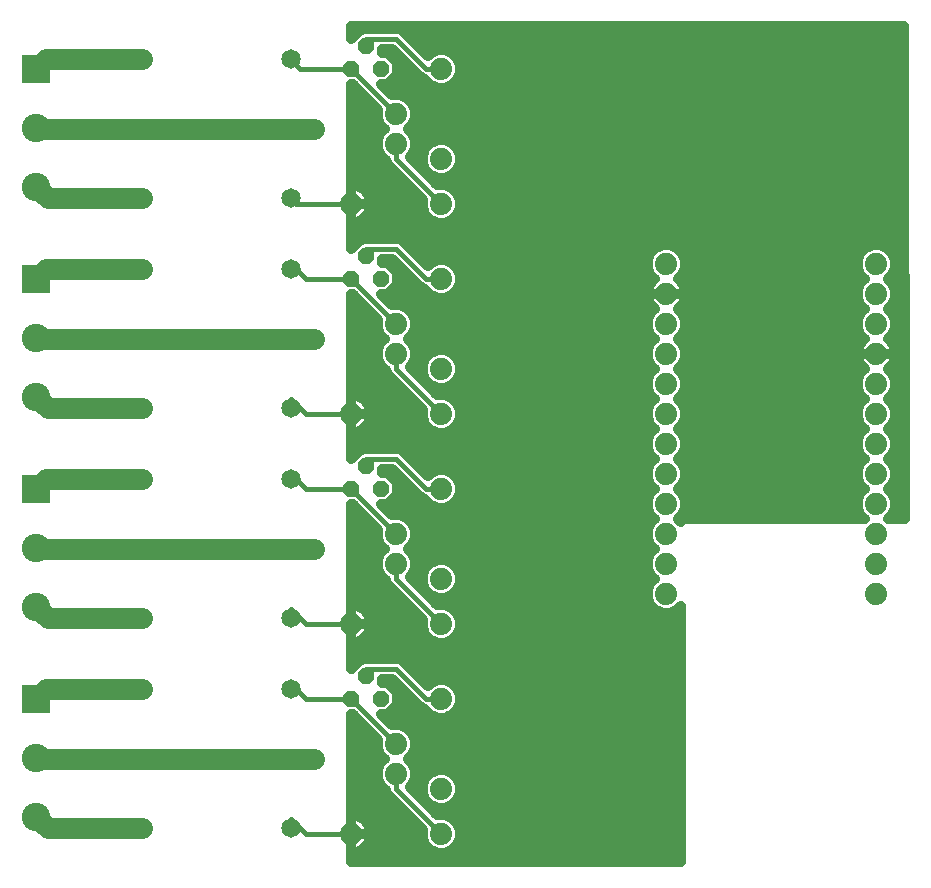
<source format=gbl>
G75*
G70*
%OFA0B0*%
%FSLAX24Y24*%
%IPPOS*%
%LPD*%
%AMOC8*
5,1,8,0,0,1.08239X$1,22.5*
%
%ADD10C,0.0740*%
%ADD11C,0.0650*%
%ADD12R,0.0950X0.0950*%
%ADD13C,0.0950*%
%ADD14OC8,0.0520*%
%ADD15C,0.0160*%
%ADD16C,0.0320*%
%ADD17C,0.0700*%
D10*
X012600Y001760D03*
X014100Y003760D03*
X014100Y004760D03*
X015600Y003260D03*
X015600Y001760D03*
X015600Y006260D03*
X015600Y008760D03*
X015600Y010260D03*
X014100Y010760D03*
X014100Y011760D03*
X015600Y013260D03*
X015600Y015760D03*
X015600Y017260D03*
X014100Y017760D03*
X014100Y018760D03*
X015600Y020260D03*
X015600Y022760D03*
X015600Y024260D03*
X014100Y024760D03*
X014100Y025760D03*
X015600Y027260D03*
X012600Y022760D03*
X012600Y015760D03*
X012600Y008760D03*
X023100Y009760D03*
X023100Y010760D03*
X023100Y011760D03*
X023100Y012760D03*
X023100Y013760D03*
X023100Y014760D03*
X023100Y015760D03*
X023100Y016760D03*
X023100Y017760D03*
X023100Y018760D03*
X023100Y019760D03*
X023100Y020760D03*
X030100Y020760D03*
X030100Y019760D03*
X030100Y018760D03*
X030100Y017760D03*
X030100Y016760D03*
X030100Y015760D03*
X030100Y014760D03*
X030100Y013760D03*
X030100Y012760D03*
X030100Y011760D03*
X030100Y010760D03*
X030100Y009760D03*
D11*
X011338Y011260D03*
X010570Y013573D03*
X010570Y015947D03*
X011338Y018260D03*
X010570Y020573D03*
X010570Y022947D03*
X011338Y025260D03*
X010570Y027573D03*
X005630Y027573D03*
X005630Y022947D03*
X005630Y020573D03*
X005630Y015947D03*
X005630Y013573D03*
X005630Y008947D03*
X005630Y006573D03*
X005630Y001947D03*
X010570Y001947D03*
X011338Y004260D03*
X010570Y006573D03*
X010570Y008947D03*
D12*
X002100Y006260D03*
X002100Y013260D03*
X002100Y020260D03*
X002100Y027260D03*
D13*
X002100Y002323D03*
X002100Y004291D03*
X002100Y009323D03*
X002100Y011291D03*
X002100Y016323D03*
X002100Y018291D03*
X002100Y023323D03*
X002100Y025291D03*
D14*
X012600Y027260D03*
X013100Y028010D03*
X013600Y027260D03*
X013100Y021010D03*
X012600Y020260D03*
X013600Y020260D03*
X013100Y014010D03*
X012600Y013260D03*
X013600Y013260D03*
X013100Y007010D03*
X012600Y006260D03*
X013600Y006260D03*
D15*
X013100Y007010D02*
X013100Y007260D01*
X014100Y007260D01*
X015100Y006260D01*
X015600Y006260D01*
X014100Y004760D02*
X012600Y006260D01*
X011100Y006260D01*
X010600Y006760D01*
X010570Y006573D01*
X011100Y008760D02*
X010600Y009260D01*
X010570Y008947D01*
X011100Y008760D02*
X012600Y008760D01*
X014100Y010260D02*
X015600Y008760D01*
X014100Y010260D02*
X014100Y010760D01*
X014100Y011760D02*
X012600Y013260D01*
X011100Y013260D01*
X010600Y013760D01*
X010570Y013573D01*
X011100Y015760D02*
X010600Y016260D01*
X010570Y015947D01*
X011100Y015760D02*
X012600Y015760D01*
X013100Y014260D02*
X013100Y014010D01*
X013100Y014260D02*
X014100Y014260D01*
X015100Y013260D01*
X015600Y013260D01*
X015600Y015760D02*
X014100Y017260D01*
X014100Y017760D01*
X014100Y018760D02*
X012600Y020260D01*
X011100Y020260D01*
X010600Y020760D01*
X010570Y020573D01*
X010757Y022760D02*
X012600Y022760D01*
X013100Y021260D02*
X013100Y021010D01*
X013100Y021260D02*
X014100Y021260D01*
X015100Y020260D01*
X015600Y020260D01*
X015600Y022760D02*
X014100Y024260D01*
X014100Y024760D01*
X014100Y025760D02*
X012600Y027260D01*
X010883Y027260D01*
X010570Y027573D01*
X013100Y028010D02*
X013100Y028260D01*
X014100Y028260D01*
X015100Y027260D01*
X015600Y027260D01*
X010757Y022760D02*
X010570Y022947D01*
X014100Y003760D02*
X014100Y003260D01*
X015600Y001760D01*
X012600Y001760D02*
X011100Y001760D01*
X010600Y002260D01*
X010570Y001947D01*
D16*
X012600Y001853D02*
X012600Y001853D01*
X012600Y001760D02*
X012600Y005740D01*
X012639Y005740D01*
X013477Y004902D01*
X013470Y004885D01*
X013470Y004635D01*
X013566Y004403D01*
X013709Y004260D01*
X013566Y004117D01*
X013470Y003885D01*
X013470Y003635D01*
X013566Y003403D01*
X013743Y003226D01*
X013760Y003219D01*
X013760Y003192D01*
X013812Y003067D01*
X014977Y001902D01*
X014970Y001885D01*
X014970Y001635D01*
X015066Y001403D01*
X015243Y001226D01*
X015475Y001130D01*
X015725Y001130D01*
X015957Y001226D01*
X016134Y001403D01*
X016230Y001635D01*
X016230Y001885D01*
X016134Y002117D01*
X015957Y002294D01*
X015725Y002390D01*
X015475Y002390D01*
X015458Y002383D01*
X014536Y003305D01*
X014634Y003403D01*
X014730Y003635D01*
X014730Y003885D01*
X014634Y004117D01*
X014491Y004260D01*
X014634Y004403D01*
X014730Y004635D01*
X014730Y004885D01*
X014634Y005117D01*
X014457Y005294D01*
X014225Y005390D01*
X013975Y005390D01*
X013958Y005383D01*
X013601Y005740D01*
X013815Y005740D01*
X014120Y006045D01*
X014120Y006475D01*
X013815Y006780D01*
X013605Y006780D01*
X013620Y006795D01*
X013620Y006920D01*
X013959Y006920D01*
X014907Y005972D01*
X015032Y005920D01*
X015059Y005920D01*
X015066Y005903D01*
X015243Y005726D01*
X015475Y005630D01*
X015725Y005630D01*
X015957Y005726D01*
X016134Y005903D01*
X016230Y006135D01*
X016230Y006385D01*
X016134Y006617D01*
X015957Y006794D01*
X015725Y006890D01*
X015475Y006890D01*
X015243Y006794D01*
X015145Y006696D01*
X014388Y007453D01*
X014293Y007548D01*
X014168Y007600D01*
X013032Y007600D01*
X012907Y007548D01*
X012889Y007530D01*
X012885Y007530D01*
X012600Y007245D01*
X012600Y008760D01*
X012600Y012740D01*
X012639Y012740D01*
X013477Y011902D01*
X013470Y011885D01*
X013470Y011635D01*
X013566Y011403D01*
X013709Y011260D01*
X013566Y011117D01*
X013470Y010885D01*
X013470Y010635D01*
X013566Y010403D01*
X013743Y010226D01*
X013760Y010219D01*
X013760Y010192D01*
X013812Y010067D01*
X014977Y008902D01*
X014970Y008885D01*
X014970Y008635D01*
X015066Y008403D01*
X015243Y008226D01*
X015475Y008130D01*
X015725Y008130D01*
X015957Y008226D01*
X016134Y008403D01*
X016230Y008635D01*
X016230Y008885D01*
X016134Y009117D01*
X015957Y009294D01*
X015725Y009390D01*
X015475Y009390D01*
X015458Y009383D01*
X014536Y010305D01*
X014634Y010403D01*
X014730Y010635D01*
X014730Y010885D01*
X014634Y011117D01*
X014491Y011260D01*
X014634Y011403D01*
X014730Y011635D01*
X014730Y011885D01*
X014634Y012117D01*
X014457Y012294D01*
X014225Y012390D01*
X013975Y012390D01*
X013958Y012383D01*
X013601Y012740D01*
X013815Y012740D01*
X014120Y013045D01*
X014120Y013475D01*
X013815Y013780D01*
X013605Y013780D01*
X013620Y013795D01*
X013620Y013920D01*
X013959Y013920D01*
X014907Y012972D01*
X015032Y012920D01*
X015059Y012920D01*
X015066Y012903D01*
X015243Y012726D01*
X015475Y012630D01*
X015725Y012630D01*
X015957Y012726D01*
X016134Y012903D01*
X016230Y013135D01*
X016230Y013385D01*
X016134Y013617D01*
X015957Y013794D01*
X015725Y013890D01*
X015475Y013890D01*
X015243Y013794D01*
X015145Y013696D01*
X014388Y014453D01*
X014293Y014548D01*
X014168Y014600D01*
X013032Y014600D01*
X012907Y014548D01*
X012889Y014530D01*
X012885Y014530D01*
X012600Y014245D01*
X012600Y015760D01*
X012600Y019740D01*
X012639Y019740D01*
X013477Y018902D01*
X013470Y018885D01*
X013470Y018635D01*
X013566Y018403D01*
X013709Y018260D01*
X013566Y018117D01*
X013470Y017885D01*
X013470Y017635D01*
X013566Y017403D01*
X013743Y017226D01*
X013760Y017219D01*
X013760Y017192D01*
X013812Y017067D01*
X014977Y015902D01*
X014970Y015885D01*
X014970Y015635D01*
X015066Y015403D01*
X015243Y015226D01*
X015475Y015130D01*
X015725Y015130D01*
X015957Y015226D01*
X016134Y015403D01*
X016230Y015635D01*
X016230Y015885D01*
X016134Y016117D01*
X015957Y016294D01*
X015725Y016390D01*
X015475Y016390D01*
X015458Y016383D01*
X014536Y017305D01*
X014634Y017403D01*
X014730Y017635D01*
X014730Y017885D01*
X014634Y018117D01*
X014491Y018260D01*
X014634Y018403D01*
X014730Y018635D01*
X014730Y018885D01*
X014634Y019117D01*
X014457Y019294D01*
X014225Y019390D01*
X013975Y019390D01*
X013958Y019383D01*
X013601Y019740D01*
X013815Y019740D01*
X014120Y020045D01*
X014120Y020475D01*
X013815Y020780D01*
X013605Y020780D01*
X013620Y020795D01*
X013620Y020920D01*
X013959Y020920D01*
X014907Y019972D01*
X015032Y019920D01*
X015059Y019920D01*
X015066Y019903D01*
X015243Y019726D01*
X015475Y019630D01*
X015725Y019630D01*
X015957Y019726D01*
X016134Y019903D01*
X016230Y020135D01*
X016230Y020385D01*
X016134Y020617D01*
X015957Y020794D01*
X015725Y020890D01*
X015475Y020890D01*
X015243Y020794D01*
X015145Y020696D01*
X014388Y021453D01*
X014293Y021548D01*
X014168Y021600D01*
X013032Y021600D01*
X012907Y021548D01*
X012889Y021530D01*
X012885Y021530D01*
X012600Y021245D01*
X012600Y022760D01*
X012600Y026740D01*
X012639Y026740D01*
X013477Y025902D01*
X013470Y025885D01*
X013470Y025635D01*
X013566Y025403D01*
X013709Y025260D01*
X013566Y025117D01*
X013470Y024885D01*
X013470Y024635D01*
X013566Y024403D01*
X013743Y024226D01*
X013760Y024219D01*
X013760Y024192D01*
X013812Y024067D01*
X014977Y022902D01*
X014970Y022885D01*
X014970Y022635D01*
X015066Y022403D01*
X015243Y022226D01*
X015475Y022130D01*
X015725Y022130D01*
X015957Y022226D01*
X016134Y022403D01*
X016230Y022635D01*
X016230Y022885D01*
X016134Y023117D01*
X015957Y023294D01*
X015725Y023390D01*
X015475Y023390D01*
X015458Y023383D01*
X014536Y024305D01*
X014634Y024403D01*
X014730Y024635D01*
X014730Y024885D01*
X014634Y025117D01*
X014491Y025260D01*
X014634Y025403D01*
X014730Y025635D01*
X014730Y025885D01*
X014634Y026117D01*
X014457Y026294D01*
X014225Y026390D01*
X013975Y026390D01*
X013958Y026383D01*
X013601Y026740D01*
X013815Y026740D01*
X014120Y027045D01*
X014120Y027475D01*
X013815Y027780D01*
X013605Y027780D01*
X013620Y027795D01*
X013620Y027920D01*
X013959Y027920D01*
X014907Y026972D01*
X015032Y026920D01*
X015059Y026920D01*
X015066Y026903D01*
X015243Y026726D01*
X015475Y026630D01*
X015725Y026630D01*
X015957Y026726D01*
X016134Y026903D01*
X016230Y027135D01*
X016230Y027385D01*
X016134Y027617D01*
X015957Y027794D01*
X015725Y027890D01*
X015475Y027890D01*
X015243Y027794D01*
X015145Y027696D01*
X014388Y028453D01*
X014293Y028548D01*
X014168Y028600D01*
X013032Y028600D01*
X012907Y028548D01*
X012889Y028530D01*
X012885Y028530D01*
X012600Y028245D01*
X012600Y028700D01*
X031032Y028700D01*
X031037Y012260D01*
X030491Y012260D01*
X030634Y012403D01*
X030730Y012635D01*
X030730Y012885D01*
X030634Y013117D01*
X030491Y013260D01*
X030634Y013403D01*
X030730Y013635D01*
X030730Y013885D01*
X030634Y014117D01*
X030491Y014260D01*
X030634Y014403D01*
X030730Y014635D01*
X030730Y014885D01*
X030634Y015117D01*
X030491Y015260D01*
X030634Y015403D01*
X030730Y015635D01*
X030730Y015885D01*
X030634Y016117D01*
X030491Y016260D01*
X030634Y016403D01*
X030730Y016635D01*
X030730Y016885D01*
X030634Y017117D01*
X030488Y017263D01*
X030510Y017279D01*
X030581Y017350D01*
X030639Y017430D01*
X030684Y017518D01*
X030714Y017612D01*
X030730Y017710D01*
X030730Y017760D01*
X030730Y017810D01*
X030714Y017908D01*
X030684Y018002D01*
X030639Y018090D01*
X030581Y018170D01*
X030510Y018241D01*
X030488Y018257D01*
X030634Y018403D01*
X030730Y018635D01*
X030730Y018885D01*
X030634Y019117D01*
X030491Y019260D01*
X030634Y019403D01*
X030730Y019635D01*
X030730Y019885D01*
X030634Y020117D01*
X030491Y020260D01*
X030634Y020403D01*
X030730Y020635D01*
X030730Y020885D01*
X030634Y021117D01*
X030457Y021294D01*
X030225Y021390D01*
X029975Y021390D01*
X029743Y021294D01*
X029566Y021117D01*
X029470Y020885D01*
X029470Y020635D01*
X029566Y020403D01*
X029709Y020260D01*
X029566Y020117D01*
X029470Y019885D01*
X029470Y019635D01*
X029566Y019403D01*
X029709Y019260D01*
X029566Y019117D01*
X029470Y018885D01*
X029470Y018635D01*
X029566Y018403D01*
X029712Y018257D01*
X029690Y018241D01*
X029619Y018170D01*
X029561Y018090D01*
X029516Y018002D01*
X029486Y017908D01*
X029470Y017810D01*
X029470Y017760D01*
X030100Y017760D01*
X030730Y017760D01*
X030100Y017760D01*
X030100Y017760D01*
X030100Y017760D01*
X029470Y017760D01*
X029470Y017710D01*
X029486Y017612D01*
X029516Y017518D01*
X029561Y017430D01*
X029619Y017350D01*
X029690Y017279D01*
X029712Y017263D01*
X029566Y017117D01*
X029470Y016885D01*
X029470Y016635D01*
X029566Y016403D01*
X029709Y016260D01*
X029566Y016117D01*
X029470Y015885D01*
X029470Y015635D01*
X029566Y015403D01*
X029709Y015260D01*
X029566Y015117D01*
X029470Y014885D01*
X029470Y014635D01*
X029566Y014403D01*
X029709Y014260D01*
X029566Y014117D01*
X029470Y013885D01*
X029470Y013635D01*
X029566Y013403D01*
X029709Y013260D01*
X029566Y013117D01*
X029470Y012885D01*
X029470Y012635D01*
X029566Y012403D01*
X029709Y012260D01*
X023600Y012260D01*
X023600Y012151D01*
X023491Y012260D01*
X023634Y012403D01*
X023730Y012635D01*
X023730Y012885D01*
X023634Y013117D01*
X023491Y013260D01*
X023634Y013403D01*
X023730Y013635D01*
X023730Y013885D01*
X023634Y014117D01*
X023491Y014260D01*
X023634Y014403D01*
X023730Y014635D01*
X023730Y014885D01*
X023634Y015117D01*
X023491Y015260D01*
X023634Y015403D01*
X023730Y015635D01*
X023730Y015885D01*
X023634Y016117D01*
X023491Y016260D01*
X023634Y016403D01*
X023730Y016635D01*
X023730Y016885D01*
X023634Y017117D01*
X023491Y017260D01*
X023634Y017403D01*
X023730Y017635D01*
X023730Y017885D01*
X023634Y018117D01*
X023491Y018260D01*
X023634Y018403D01*
X023730Y018635D01*
X023730Y018885D01*
X023634Y019117D01*
X023488Y019263D01*
X023510Y019279D01*
X023581Y019350D01*
X023639Y019430D01*
X023684Y019518D01*
X023714Y019612D01*
X023730Y019710D01*
X023730Y019760D01*
X023730Y019810D01*
X023714Y019908D01*
X023684Y020002D01*
X023639Y020090D01*
X023581Y020170D01*
X023510Y020241D01*
X023488Y020257D01*
X023634Y020403D01*
X023730Y020635D01*
X023730Y020885D01*
X023634Y021117D01*
X023457Y021294D01*
X023225Y021390D01*
X022975Y021390D01*
X022743Y021294D01*
X022566Y021117D01*
X022470Y020885D01*
X022470Y020635D01*
X022566Y020403D01*
X022712Y020257D01*
X022690Y020241D01*
X022619Y020170D01*
X022561Y020090D01*
X022516Y020002D01*
X022486Y019908D01*
X022470Y019810D01*
X022470Y019760D01*
X023100Y019760D01*
X023730Y019760D01*
X023100Y019760D01*
X023100Y019760D01*
X023100Y019760D01*
X022470Y019760D01*
X022470Y019710D01*
X022486Y019612D01*
X022516Y019518D01*
X022561Y019430D01*
X022619Y019350D01*
X022690Y019279D01*
X022712Y019263D01*
X022566Y019117D01*
X022470Y018885D01*
X022470Y018635D01*
X022566Y018403D01*
X022709Y018260D01*
X022566Y018117D01*
X022470Y017885D01*
X022470Y017635D01*
X022566Y017403D01*
X022709Y017260D01*
X022566Y017117D01*
X022470Y016885D01*
X022470Y016635D01*
X022566Y016403D01*
X022709Y016260D01*
X022566Y016117D01*
X022470Y015885D01*
X022470Y015635D01*
X022566Y015403D01*
X022709Y015260D01*
X022566Y015117D01*
X022470Y014885D01*
X022470Y014635D01*
X022566Y014403D01*
X022709Y014260D01*
X022566Y014117D01*
X022470Y013885D01*
X022470Y013635D01*
X022566Y013403D01*
X022709Y013260D01*
X022566Y013117D01*
X022470Y012885D01*
X022470Y012635D01*
X022566Y012403D01*
X022709Y012260D01*
X022566Y012117D01*
X022470Y011885D01*
X022470Y011635D01*
X022566Y011403D01*
X022709Y011260D01*
X022566Y011117D01*
X022470Y010885D01*
X022470Y010635D01*
X022566Y010403D01*
X022709Y010260D01*
X022566Y010117D01*
X022470Y009885D01*
X022470Y009635D01*
X022566Y009403D01*
X022743Y009226D01*
X022975Y009130D01*
X023225Y009130D01*
X023457Y009226D01*
X023600Y009369D01*
X023600Y000820D01*
X012600Y000820D01*
X012600Y001760D01*
X012600Y001760D01*
X012600Y002390D01*
X012650Y002390D01*
X012748Y002374D01*
X012842Y002344D01*
X012930Y002299D01*
X013010Y002241D01*
X013081Y002170D01*
X013139Y002090D01*
X013184Y002002D01*
X013214Y001908D01*
X013230Y001810D01*
X013230Y001760D01*
X012600Y001760D01*
X012600Y001760D01*
X013230Y001760D01*
X013230Y001710D01*
X013214Y001612D01*
X013184Y001518D01*
X013139Y001430D01*
X013081Y001350D01*
X013010Y001279D01*
X012930Y001221D01*
X012842Y001176D01*
X012748Y001146D01*
X012650Y001130D01*
X012600Y001130D01*
X012600Y001760D01*
X012600Y001760D01*
X012600Y001534D02*
X012600Y001534D01*
X012600Y001216D02*
X012600Y001216D01*
X012600Y000897D02*
X023600Y000897D01*
X023600Y001216D02*
X015932Y001216D01*
X016188Y001534D02*
X023600Y001534D01*
X023600Y001853D02*
X016230Y001853D01*
X016080Y002171D02*
X023600Y002171D01*
X023600Y002490D02*
X015351Y002490D01*
X015475Y002630D02*
X015725Y002630D01*
X015957Y002726D01*
X016134Y002903D01*
X016230Y003135D01*
X016230Y003385D01*
X016134Y003617D01*
X015957Y003794D01*
X015725Y003890D01*
X015475Y003890D01*
X015243Y003794D01*
X015066Y003617D01*
X014970Y003385D01*
X014970Y003135D01*
X015066Y002903D01*
X015243Y002726D01*
X015475Y002630D01*
X015161Y002808D02*
X015033Y002808D01*
X014973Y003127D02*
X014714Y003127D01*
X014651Y003445D02*
X014995Y003445D01*
X015213Y003764D02*
X014730Y003764D01*
X014649Y004082D02*
X023600Y004082D01*
X023600Y003764D02*
X015987Y003764D01*
X016205Y003445D02*
X023600Y003445D01*
X023600Y003127D02*
X016227Y003127D01*
X016039Y002808D02*
X023600Y002808D01*
X023600Y004401D02*
X014631Y004401D01*
X014730Y004719D02*
X023600Y004719D01*
X023600Y005038D02*
X014667Y005038D01*
X014307Y005356D02*
X023600Y005356D01*
X023600Y005675D02*
X015833Y005675D01*
X016171Y005993D02*
X023600Y005993D01*
X023600Y006312D02*
X016230Y006312D01*
X016121Y006630D02*
X023600Y006630D01*
X023600Y006949D02*
X014892Y006949D01*
X014574Y007267D02*
X023600Y007267D01*
X023600Y007586D02*
X014203Y007586D01*
X014249Y006630D02*
X013965Y006630D01*
X014120Y006312D02*
X014568Y006312D01*
X014886Y005993D02*
X014068Y005993D01*
X013666Y005675D02*
X015367Y005675D01*
X013470Y004719D02*
X012600Y004719D01*
X012600Y004401D02*
X013569Y004401D01*
X013551Y004082D02*
X012600Y004082D01*
X012600Y003764D02*
X013470Y003764D01*
X013549Y003445D02*
X012600Y003445D01*
X012600Y003127D02*
X013787Y003127D01*
X014071Y002808D02*
X012600Y002808D01*
X012600Y002490D02*
X014390Y002490D01*
X014708Y002171D02*
X013080Y002171D01*
X013223Y001853D02*
X014970Y001853D01*
X015012Y001534D02*
X013189Y001534D01*
X012919Y001216D02*
X015268Y001216D01*
X012600Y002171D02*
X012600Y002171D01*
X012600Y005038D02*
X013342Y005038D01*
X013023Y005356D02*
X012600Y005356D01*
X012600Y005675D02*
X012705Y005675D01*
X012622Y007267D02*
X012600Y007267D01*
X012600Y007586D02*
X012997Y007586D01*
X012600Y007904D02*
X023600Y007904D01*
X023600Y008223D02*
X015949Y008223D01*
X016191Y008541D02*
X023600Y008541D01*
X023600Y008860D02*
X016230Y008860D01*
X016073Y009178D02*
X022859Y009178D01*
X022527Y009497D02*
X015344Y009497D01*
X015475Y009630D02*
X015725Y009630D01*
X015957Y009726D01*
X016134Y009903D01*
X016230Y010135D01*
X016230Y010385D01*
X016134Y010617D01*
X015957Y010794D01*
X015725Y010890D01*
X015475Y010890D01*
X015243Y010794D01*
X015066Y010617D01*
X014970Y010385D01*
X014970Y010135D01*
X015066Y009903D01*
X015243Y009726D01*
X015475Y009630D01*
X015154Y009815D02*
X015026Y009815D01*
X014970Y010134D02*
X014707Y010134D01*
X014654Y010452D02*
X014998Y010452D01*
X015220Y010771D02*
X014730Y010771D01*
X014646Y011089D02*
X022554Y011089D01*
X022564Y011408D02*
X014636Y011408D01*
X014730Y011726D02*
X022470Y011726D01*
X022536Y012045D02*
X014664Y012045D01*
X014290Y012363D02*
X022606Y012363D01*
X022470Y012682D02*
X015850Y012682D01*
X015350Y012682D02*
X013659Y012682D01*
X014075Y013000D02*
X014879Y013000D01*
X014561Y013319D02*
X014120Y013319D01*
X014242Y013637D02*
X013958Y013637D01*
X014567Y014274D02*
X022695Y014274D01*
X022499Y013956D02*
X014885Y013956D01*
X014186Y014593D02*
X022487Y014593D01*
X022481Y014911D02*
X012600Y014911D01*
X012600Y015130D02*
X012650Y015130D01*
X012748Y015146D01*
X012842Y015176D01*
X012930Y015221D01*
X013010Y015279D01*
X013081Y015350D01*
X013139Y015430D01*
X013184Y015518D01*
X013214Y015612D01*
X013230Y015710D01*
X013230Y015760D01*
X013230Y015810D01*
X013214Y015908D01*
X013184Y016002D01*
X013139Y016090D01*
X013081Y016170D01*
X013010Y016241D01*
X012930Y016299D01*
X012842Y016344D01*
X012748Y016374D01*
X012650Y016390D01*
X012600Y016390D01*
X012600Y015760D01*
X012600Y015760D01*
X013230Y015760D01*
X012600Y015760D01*
X012600Y015760D01*
X012600Y015130D01*
X012600Y015230D02*
X012600Y015230D01*
X012600Y015548D02*
X012600Y015548D01*
X012600Y015760D02*
X012600Y015760D01*
X012600Y015867D02*
X012600Y015867D01*
X012600Y016185D02*
X012600Y016185D01*
X012600Y016504D02*
X014376Y016504D01*
X014057Y016822D02*
X012600Y016822D01*
X012600Y017141D02*
X013781Y017141D01*
X013543Y017459D02*
X012600Y017459D01*
X012600Y017778D02*
X013470Y017778D01*
X013557Y018096D02*
X012600Y018096D01*
X012600Y018415D02*
X013561Y018415D01*
X013470Y018733D02*
X012600Y018733D01*
X012600Y019052D02*
X013328Y019052D01*
X013009Y019370D02*
X012600Y019370D01*
X012600Y019689D02*
X012691Y019689D01*
X013652Y019689D02*
X015333Y019689D01*
X015867Y019689D02*
X022473Y019689D01*
X022519Y020007D02*
X016177Y020007D01*
X016230Y020326D02*
X022644Y020326D01*
X022470Y020644D02*
X016107Y020644D01*
X014878Y020963D02*
X022502Y020963D01*
X022730Y021281D02*
X014560Y021281D01*
X014169Y021600D02*
X031034Y021600D01*
X031034Y021918D02*
X012600Y021918D01*
X012600Y022130D02*
X012650Y022130D01*
X012748Y022146D01*
X012842Y022176D01*
X012930Y022221D01*
X013010Y022279D01*
X013081Y022350D01*
X013139Y022430D01*
X013184Y022518D01*
X013214Y022612D01*
X013230Y022710D01*
X013230Y022760D01*
X013230Y022810D01*
X013214Y022908D01*
X013184Y023002D01*
X013139Y023090D01*
X013081Y023170D01*
X013010Y023241D01*
X012930Y023299D01*
X012842Y023344D01*
X012748Y023374D01*
X012650Y023390D01*
X012600Y023390D01*
X012600Y022760D01*
X012600Y022760D01*
X013230Y022760D01*
X012600Y022760D01*
X012600Y022760D01*
X012600Y022130D01*
X012600Y022237D02*
X012600Y022237D01*
X012600Y022555D02*
X012600Y022555D01*
X012600Y022760D02*
X012600Y022760D01*
X012600Y022874D02*
X012600Y022874D01*
X012600Y023192D02*
X012600Y023192D01*
X012600Y023511D02*
X014369Y023511D01*
X014050Y023829D02*
X012600Y023829D01*
X012600Y024148D02*
X013779Y024148D01*
X013540Y024466D02*
X012600Y024466D01*
X012600Y024785D02*
X013470Y024785D01*
X013560Y025103D02*
X012600Y025103D01*
X012600Y025422D02*
X013558Y025422D01*
X013470Y025740D02*
X012600Y025740D01*
X012600Y026059D02*
X013321Y026059D01*
X013002Y026377D02*
X012600Y026377D01*
X012600Y026696D02*
X012684Y026696D01*
X013645Y026696D02*
X015317Y026696D01*
X015883Y026696D02*
X031033Y026696D01*
X031033Y027014D02*
X016180Y027014D01*
X016230Y027333D02*
X031033Y027333D01*
X031033Y027651D02*
X016100Y027651D01*
X014871Y027970D02*
X031032Y027970D01*
X031032Y028288D02*
X014553Y028288D01*
X014388Y028453D02*
X014388Y028453D01*
X014228Y027651D02*
X013944Y027651D01*
X014120Y027333D02*
X014547Y027333D01*
X014865Y027014D02*
X014089Y027014D01*
X014257Y026377D02*
X031033Y026377D01*
X031033Y026059D02*
X014658Y026059D01*
X014730Y025740D02*
X031033Y025740D01*
X031033Y025422D02*
X014642Y025422D01*
X014640Y025103D02*
X031033Y025103D01*
X031033Y024785D02*
X015966Y024785D01*
X015957Y024794D02*
X015725Y024890D01*
X015475Y024890D01*
X015243Y024794D01*
X015066Y024617D01*
X014970Y024385D01*
X014970Y024135D01*
X015066Y023903D01*
X015243Y023726D01*
X015475Y023630D01*
X015725Y023630D01*
X015957Y023726D01*
X016134Y023903D01*
X016230Y024135D01*
X016230Y024385D01*
X016134Y024617D01*
X015957Y024794D01*
X016197Y024466D02*
X031033Y024466D01*
X031034Y024148D02*
X016230Y024148D01*
X016060Y023829D02*
X031034Y023829D01*
X031034Y023511D02*
X015330Y023511D01*
X015140Y023829D02*
X015012Y023829D01*
X014970Y024148D02*
X014693Y024148D01*
X014660Y024466D02*
X015003Y024466D01*
X015234Y024785D02*
X014730Y024785D01*
X014687Y023192D02*
X013059Y023192D01*
X013220Y022874D02*
X014970Y022874D01*
X015003Y022555D02*
X013196Y022555D01*
X012951Y022237D02*
X015233Y022237D01*
X015967Y022237D02*
X031034Y022237D01*
X031034Y022555D02*
X016197Y022555D01*
X016230Y022874D02*
X031034Y022874D01*
X031034Y023192D02*
X016059Y023192D01*
X014235Y020644D02*
X013951Y020644D01*
X014120Y020326D02*
X014554Y020326D01*
X014872Y020007D02*
X014082Y020007D01*
X014274Y019370D02*
X022605Y019370D01*
X022539Y019052D02*
X014661Y019052D01*
X014730Y018733D02*
X022470Y018733D01*
X022561Y018415D02*
X014639Y018415D01*
X014643Y018096D02*
X022557Y018096D01*
X022470Y017778D02*
X015973Y017778D01*
X015957Y017794D02*
X015725Y017890D01*
X015475Y017890D01*
X015243Y017794D01*
X015066Y017617D01*
X014970Y017385D01*
X014970Y017135D01*
X015066Y016903D01*
X015243Y016726D01*
X015475Y016630D01*
X015725Y016630D01*
X015957Y016726D01*
X016134Y016903D01*
X016230Y017135D01*
X016230Y017385D01*
X016134Y017617D01*
X015957Y017794D01*
X016199Y017459D02*
X022543Y017459D01*
X022590Y017141D02*
X016230Y017141D01*
X016053Y016822D02*
X022470Y016822D01*
X022524Y016504D02*
X015337Y016504D01*
X015147Y016822D02*
X015019Y016822D01*
X014970Y017141D02*
X014700Y017141D01*
X014657Y017459D02*
X015001Y017459D01*
X015227Y017778D02*
X014730Y017778D01*
X014694Y016185D02*
X013066Y016185D01*
X013221Y015867D02*
X014970Y015867D01*
X015006Y015548D02*
X013194Y015548D01*
X012942Y015230D02*
X015240Y015230D01*
X015960Y015230D02*
X022679Y015230D01*
X022506Y015548D02*
X016194Y015548D01*
X016230Y015867D02*
X022470Y015867D01*
X022634Y016185D02*
X016066Y016185D01*
X016114Y013637D02*
X022470Y013637D01*
X022651Y013319D02*
X016230Y013319D01*
X016174Y013000D02*
X022518Y013000D01*
X023549Y013319D02*
X029651Y013319D01*
X029518Y013000D02*
X023682Y013000D01*
X023730Y012682D02*
X029470Y012682D01*
X029606Y012363D02*
X023594Y012363D01*
X023730Y013637D02*
X029470Y013637D01*
X029499Y013956D02*
X023701Y013956D01*
X023505Y014274D02*
X029695Y014274D01*
X029487Y014593D02*
X023713Y014593D01*
X023719Y014911D02*
X029481Y014911D01*
X029679Y015230D02*
X023521Y015230D01*
X023694Y015548D02*
X029506Y015548D01*
X029470Y015867D02*
X023730Y015867D01*
X023566Y016185D02*
X029634Y016185D01*
X029524Y016504D02*
X023676Y016504D01*
X023730Y016822D02*
X029470Y016822D01*
X029590Y017141D02*
X023610Y017141D01*
X023657Y017459D02*
X029546Y017459D01*
X029470Y017778D02*
X023730Y017778D01*
X023643Y018096D02*
X029565Y018096D01*
X029561Y018415D02*
X023639Y018415D01*
X023730Y018733D02*
X029470Y018733D01*
X029539Y019052D02*
X023661Y019052D01*
X023595Y019370D02*
X029599Y019370D01*
X029470Y019689D02*
X023727Y019689D01*
X023681Y020007D02*
X029520Y020007D01*
X029644Y020326D02*
X023556Y020326D01*
X023730Y020644D02*
X029470Y020644D01*
X029502Y020963D02*
X023698Y020963D01*
X023470Y021281D02*
X029730Y021281D01*
X030470Y021281D02*
X031034Y021281D01*
X031034Y020963D02*
X030698Y020963D01*
X030730Y020644D02*
X031034Y020644D01*
X031035Y020326D02*
X030556Y020326D01*
X030680Y020007D02*
X031035Y020007D01*
X031035Y019689D02*
X030730Y019689D01*
X030601Y019370D02*
X031035Y019370D01*
X031035Y019052D02*
X030661Y019052D01*
X030730Y018733D02*
X031035Y018733D01*
X031035Y018415D02*
X030639Y018415D01*
X030635Y018096D02*
X031035Y018096D01*
X031035Y017778D02*
X030730Y017778D01*
X030654Y017459D02*
X031035Y017459D01*
X031035Y017141D02*
X030610Y017141D01*
X030730Y016822D02*
X031036Y016822D01*
X031036Y016504D02*
X030676Y016504D01*
X030566Y016185D02*
X031036Y016185D01*
X031036Y015867D02*
X030730Y015867D01*
X030694Y015548D02*
X031036Y015548D01*
X031036Y015230D02*
X030521Y015230D01*
X030719Y014911D02*
X031036Y014911D01*
X031036Y014593D02*
X030713Y014593D01*
X030505Y014274D02*
X031036Y014274D01*
X031036Y013956D02*
X030701Y013956D01*
X030730Y013637D02*
X031036Y013637D01*
X031036Y013319D02*
X030549Y013319D01*
X030682Y013000D02*
X031037Y013000D01*
X031037Y012682D02*
X030730Y012682D01*
X030594Y012363D02*
X031037Y012363D01*
X023600Y009178D02*
X023341Y009178D01*
X022470Y009815D02*
X016046Y009815D01*
X016230Y010134D02*
X022583Y010134D01*
X022546Y010452D02*
X016202Y010452D01*
X015980Y010771D02*
X022470Y010771D01*
X015251Y008223D02*
X012932Y008223D01*
X012930Y008221D02*
X013010Y008279D01*
X013081Y008350D01*
X013139Y008430D01*
X013184Y008518D01*
X013214Y008612D01*
X013230Y008710D01*
X013230Y008760D01*
X013230Y008810D01*
X013214Y008908D01*
X013184Y009002D01*
X013139Y009090D01*
X013081Y009170D01*
X013010Y009241D01*
X012930Y009299D01*
X012842Y009344D01*
X012748Y009374D01*
X012650Y009390D01*
X012600Y009390D01*
X012600Y008760D01*
X012600Y008760D01*
X013230Y008760D01*
X012600Y008760D01*
X012600Y008760D01*
X012600Y008130D01*
X012650Y008130D01*
X012748Y008146D01*
X012842Y008176D01*
X012930Y008221D01*
X012600Y008223D02*
X012600Y008223D01*
X012600Y008541D02*
X012600Y008541D01*
X012600Y008760D02*
X012600Y008760D01*
X012600Y008860D02*
X012600Y008860D01*
X012600Y009178D02*
X012600Y009178D01*
X012600Y009497D02*
X014383Y009497D01*
X014064Y009815D02*
X012600Y009815D01*
X012600Y010134D02*
X013784Y010134D01*
X013546Y010452D02*
X012600Y010452D01*
X012600Y010771D02*
X013470Y010771D01*
X013554Y011089D02*
X012600Y011089D01*
X012600Y011408D02*
X013564Y011408D01*
X013470Y011726D02*
X012600Y011726D01*
X012600Y012045D02*
X013335Y012045D01*
X013016Y012363D02*
X012600Y012363D01*
X012600Y012682D02*
X012698Y012682D01*
X012629Y014274D02*
X012600Y014274D01*
X012600Y014593D02*
X013014Y014593D01*
X013073Y009178D02*
X014701Y009178D01*
X014970Y008860D02*
X013222Y008860D01*
X013191Y008541D02*
X015009Y008541D01*
X012636Y021281D02*
X012600Y021281D01*
X012600Y021600D02*
X013031Y021600D01*
X012643Y028288D02*
X012600Y028288D01*
X012600Y028607D02*
X031032Y028607D01*
D17*
X011338Y025260D02*
X002131Y025260D01*
X002100Y025291D01*
X002100Y023323D02*
X002476Y022947D01*
X005630Y022947D01*
X005630Y020573D02*
X002413Y020573D01*
X002100Y020260D01*
X002100Y018291D02*
X002131Y018260D01*
X011338Y018260D01*
X005630Y015947D02*
X002476Y015947D01*
X002100Y016323D01*
X002413Y013573D02*
X005630Y013573D01*
X002413Y013573D02*
X002100Y013260D01*
X002100Y011291D02*
X002131Y011260D01*
X011338Y011260D01*
X005630Y008947D02*
X002476Y008947D01*
X002100Y009323D01*
X002413Y006573D02*
X005630Y006573D01*
X002413Y006573D02*
X002100Y006260D01*
X002100Y004291D02*
X002131Y004260D01*
X011338Y004260D01*
X005630Y001947D02*
X002476Y001947D01*
X002100Y002323D01*
X002100Y027260D02*
X002413Y027573D01*
X005630Y027573D01*
M02*

</source>
